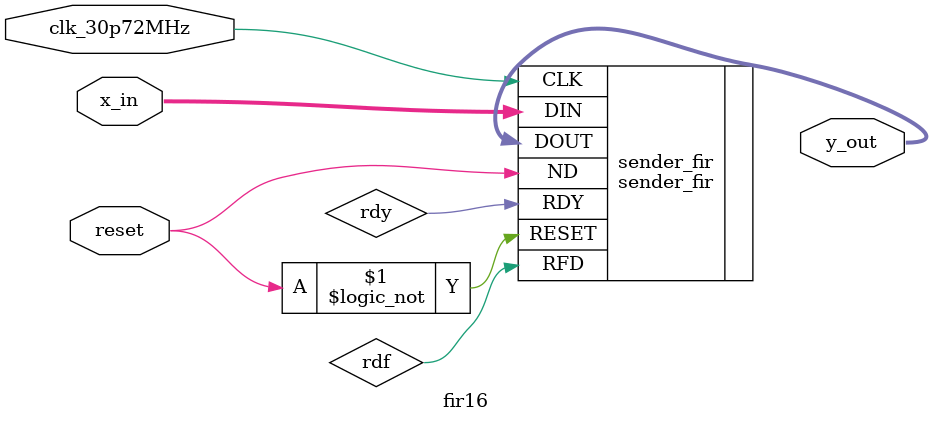
<source format=v>
`timescale 1ns / 1ps
module fir16(clk_30p72MHz, reset, x_in, y_out);
input clk_30p72MHz;
input reset;
input [15:0] x_in;
output [15:0] y_out;

wire rdy;
wire rdf;

//µ÷ÓÃMAC fir,ÆäÖÐÊäÈëÊý¾ÝËÙÂÊÎª3.84Mbps£¬ÏµÍ³¹¤×÷Ê±ÖÓÎª30.72MHz
sender_fir sender_fir(
   .CLK(clk_30p72MHz),
   .RESET(!reset),
   .ND(reset),
   .DIN(x_in),
   .RDY(rdy),
   .RFD(rdf),
   .DOUT(y_out));

endmodule

</source>
